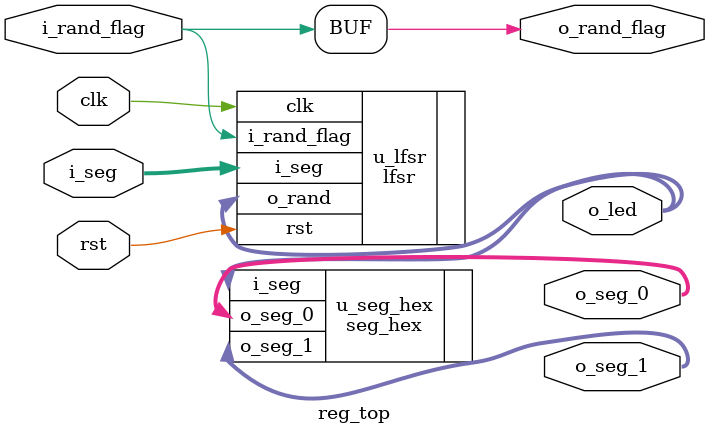
<source format=v>
module reg_top(
    input clk,
    input rst,
    input [7:0] i_seg,
    input       i_rand_flag,
    output [7:0] o_seg_1,
    output [7:0] o_seg_0,
    output [7:0] o_led,
    output       o_rand_flag
);

    lfsr u_lfsr(
        .clk(clk), 
        .rst(rst), 
        .i_seg(i_seg), 
        .i_rand_flag(i_rand_flag), 
        .o_rand(o_led)
    );

    seg_hex u_seg_hex(
        .i_seg(o_led),
        .o_seg_0(o_seg_0),
        .o_seg_1(o_seg_1)
    );

    assign o_rand_flag = i_rand_flag;
endmodule

</source>
